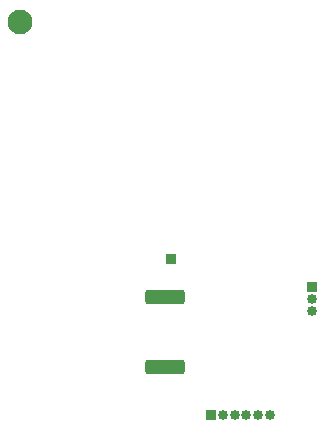
<source format=gbr>
%TF.GenerationSoftware,KiCad,Pcbnew,(6.0.5)*%
%TF.CreationDate,2022-07-20T13:20:04-04:00*%
%TF.ProjectId,torque_motor_design,746f7271-7565-45f6-9d6f-746f725f6465,rev?*%
%TF.SameCoordinates,Original*%
%TF.FileFunction,Soldermask,Bot*%
%TF.FilePolarity,Negative*%
%FSLAX46Y46*%
G04 Gerber Fmt 4.6, Leading zero omitted, Abs format (unit mm)*
G04 Created by KiCad (PCBNEW (6.0.5)) date 2022-07-20 13:20:04*
%MOMM*%
%LPD*%
G01*
G04 APERTURE LIST*
G04 Aperture macros list*
%AMRoundRect*
0 Rectangle with rounded corners*
0 $1 Rounding radius*
0 $2 $3 $4 $5 $6 $7 $8 $9 X,Y pos of 4 corners*
0 Add a 4 corners polygon primitive as box body*
4,1,4,$2,$3,$4,$5,$6,$7,$8,$9,$2,$3,0*
0 Add four circle primitives for the rounded corners*
1,1,$1+$1,$2,$3*
1,1,$1+$1,$4,$5*
1,1,$1+$1,$6,$7*
1,1,$1+$1,$8,$9*
0 Add four rect primitives between the rounded corners*
20,1,$1+$1,$2,$3,$4,$5,0*
20,1,$1+$1,$4,$5,$6,$7,0*
20,1,$1+$1,$6,$7,$8,$9,0*
20,1,$1+$1,$8,$9,$2,$3,0*%
G04 Aperture macros list end*
%ADD10C,2.100000*%
%ADD11R,0.850000X0.850000*%
%ADD12O,0.850000X0.850000*%
%ADD13RoundRect,0.250000X1.425000X-0.362500X1.425000X0.362500X-1.425000X0.362500X-1.425000X-0.362500X0*%
G04 APERTURE END LIST*
D10*
%TO.C,mounting_hole*%
X174193200Y-36068000D03*
%TD*%
D11*
%TO.C,header_2*%
X198932800Y-58486800D03*
D12*
X198932800Y-59486800D03*
X198932800Y-60486800D03*
%TD*%
D11*
%TO.C,Current_Sense*%
X186962000Y-56128000D03*
%TD*%
%TO.C,header*%
X190347600Y-69291200D03*
D12*
X191347600Y-69291200D03*
X192347600Y-69291200D03*
X193347600Y-69291200D03*
X194347600Y-69291200D03*
X195347600Y-69291200D03*
%TD*%
D13*
%TO.C,R3*%
X186462000Y-65290500D03*
X186462000Y-59365500D03*
%TD*%
M02*

</source>
